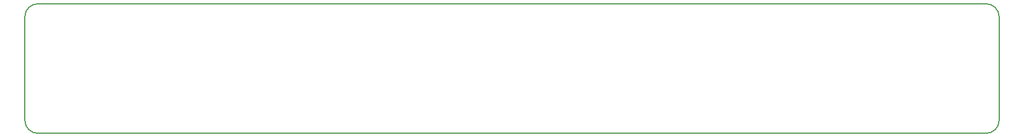
<source format=gko>
G04 DipTrace 3.0.0.1*
G04 156bus-narrow.GKO*
%MOMM*%
G04 #@! TF.FileFunction,Profile*
G04 #@! TF.Part,Single*
%ADD11C,0.14*%
%FSLAX35Y35*%
G04*
G71*
G90*
G75*
G01*
G04 BoardOutline*
%LPD*%
X0Y0D2*
D11*
X14600000D1*
G03X14800000Y200000I-5J200005D01*
G01*
Y1800000D1*
G03X14600000Y2000000I-200005J-5D01*
G01*
X0D1*
G03X-200000Y1800000I5J-200005D01*
G01*
Y200000D1*
G03X0Y0I200005J5D01*
G01*
M02*

</source>
